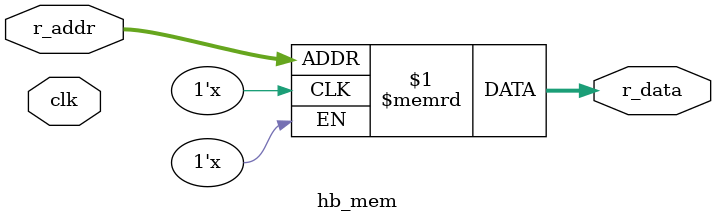
<source format=sv>
/*
 * hb_mem.sv
 * Author: William Bao
 * Last Revision: 02/24/19
 *
 * This is a simple synchronous write, asynchronous read memory module
 * "hb" stands for high_bandwidth. Default data width is 256-bit.
 * For the purpose of simulation, write is disabled since the
 * convolution layer never writes to memory. In a real system, this
 * memory would likely service writes from other blocks.
 *
 */
`include "conv_top.svh"

module hb_mem #(
    parameter ADDR_WIDTH = 20,
    parameter DATA_WIDTH = 256
)(
	input clk,    // Clock
    //input rst_n,  // Asynchronous reset active low

	// control logic
	//input logic                      we,
	
	// write input
	//input logic     [ADDR_WIDTH-1:0] w_addr,
	//input logic     [DATA_WIDTH-1:0] w_data,

	// read input
	input logic     [ADDR_WIDTH-1:0] r_addr,
	output logic    [DATA_WIDTH-1:0] r_data
);

    logic           [DATA_WIDTH-1:0] memory [1 << ADDR_WIDTH]; 

    assign r_data = memory[r_addr];

	/*always_ff @(posedge clk)
	begin
		if(we)
		begin
			memory[w_addr] <= w_data;
		end
	end*/ 
    
endmodule
</source>
